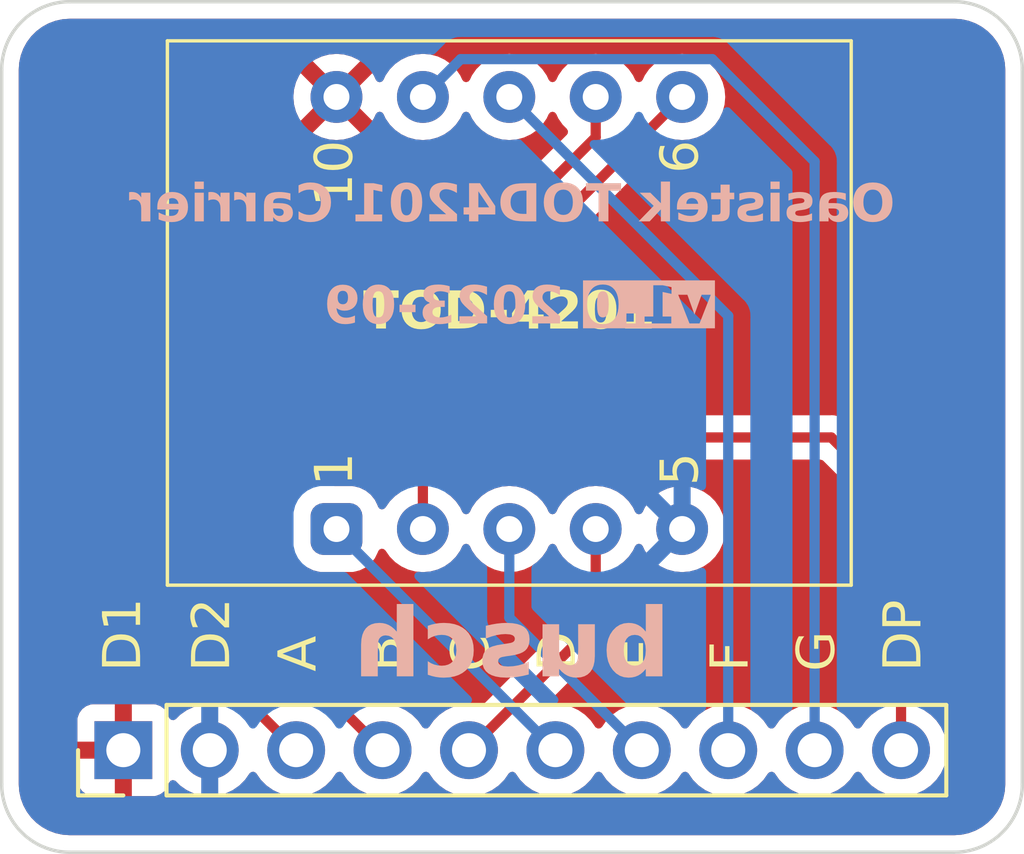
<source format=kicad_pcb>
(kicad_pcb (version 20221018) (generator pcbnew)
  (title_block (title "Oasistek TOD4201 Carrier") (date "2023-09") (rev "v1.0"))
  (layers (0 "F.Cu" signal) (31 "B.Cu" signal) (34 "B.Paste" user) (35 "F.Paste" user) (36 "B.SilkS" user "B.Silkscreen") (37 "F.SilkS" user "F.Silkscreen") (38 "B.Mask" user) (39 "F.Mask" user) (44 "Edge.Cuts" user))
  (net 0 "")
  (net 1 "/DIG_1")
  (net 2 "/DIG_2")
  (net 3 "/A")
  (net 4 "/B")
  (net 5 "/C")
  (net 6 "/D")
  (net 7 "/E")
  (net 8 "/F")
  (net 9 "/G")
  (net 10 "/DP")
  (footprint "Connector_PinHeader_2.54mm:PinHeader_1x10_P2.54mm_Vertical" (layer "F.Cu") (at 130.575 63.04 90)
    (fp_text reference "J1" hide)
    (fp_text value "Conn_01x10_Pin" hide)
    (fp_line (start -1.33 -1.33) (end 0 -1.33) (stroke (width 0.12)) (layer "F.SilkS"))
    (fp_line (start -1.33 0) (end -1.33 -1.33) (stroke (width 0.12)) (layer "F.SilkS"))
    (fp_line (start -1.33 1.27) (end -1.33 24.19) (stroke (width 0.12)) (layer "F.SilkS"))
    (fp_line (start -1.33 1.27) (end 1.33 1.27) (stroke (width 0.12)) (layer "F.SilkS"))
    (fp_line (start -1.33 24.19) (end 1.33 24.19) (stroke (width 0.12)) (layer "F.SilkS"))
    (fp_line (start 1.33 1.27) (end 1.33 24.19) (stroke (width 0.12)) (layer "F.SilkS"))
    (pad "1" thru_hole rect (at 0 0 90) (size 1.7 1.7) (drill 1) (layers "*.Cu" "*.Mask") (net 1 "/DIG_1"))
    (pad "2" thru_hole oval (at 0 2.54 90) (size 1.7 1.7) (drill 1) (layers "*.Cu" "*.Mask") (net 2 "/DIG_2"))
    (pad "3" thru_hole oval (at 0 5.08 90) (size 1.7 1.7) (drill 1) (layers "*.Cu" "*.Mask") (net 3 "/A"))
    (pad "4" thru_hole oval (at 0 7.62 90) (size 1.7 1.7) (drill 1) (layers "*.Cu" "*.Mask") (net 4 "/B"))
    (pad "5" thru_hole oval (at 0 10.16 90) (size 1.7 1.7) (drill 1) (layers "*.Cu" "*.Mask") (net 5 "/C"))
    (pad "6" thru_hole oval (at 0 12.7 90) (size 1.7 1.7) (drill 1) (layers "*.Cu" "*.Mask") (net 6 "/D"))
    (pad "7" thru_hole oval (at 0 15.24 90) (size 1.7 1.7) (drill 1) (layers "*.Cu" "*.Mask") (net 7 "/E"))
    (pad "8" thru_hole oval (at 0 17.78 90) (size 1.7 1.7) (drill 1) (layers "*.Cu" "*.Mask") (net 8 "/F"))
    (pad "9" thru_hole oval (at 0 20.32 90) (size 1.7 1.7) (drill 1) (layers "*.Cu" "*.Mask") (net 9 "/G"))
    (pad "10" thru_hole oval (at 0 22.86 90) (size 1.7 1.7) (drill 1) (layers "*.Cu" "*.Mask") (net 10 "/DP"))
  )
  (footprint "HB-Custom-Parts:TOD4201FG-2" (layer "F.Cu") (at 136.84 56.54)
    (fp_text reference "U1" hide)
    (fp_text value "TOD4201FG-2" hide)
    (fp_text user "10" (at 0 -11.43 90 unlocked) (layer "F.SilkS") (effects (font (size 1.1 1.1) (thickness 0.1)) (justify right)))
    (fp_text user "5" (at 10.16 -1.27 90 unlocked) (layer "F.SilkS") (effects (font (size 1.1 1.1) (thickness 0.1)) (justify left)))
    (fp_text user "6" (at 10.16 -11.43 90 unlocked) (layer "F.SilkS") (effects (font (size 1.1 1.1) (thickness 0.1)) (justify right)))
    (fp_text user "1" (at 0 -1.27 90 unlocked) (layer "F.SilkS") (effects (font (size 1.1 1.1) (thickness 0.1)) (justify left)))
    (fp_line (start -4.97 -14.35) (end 15.13 -14.35) (stroke (width 0.1)) (layer "F.SilkS"))
    (fp_line (start -4.97 1.65) (end -4.97 -14.35) (stroke (width 0.1)) (layer "F.SilkS"))
    (fp_line (start -4.97 1.65) (end 15.13 1.65) (stroke (width 0.1)) (layer "F.SilkS"))
    (fp_line (start 15.13 -14.35) (end 15.13 1.65) (stroke (width 0.1)) (layer "F.SilkS"))
    (pad "1" thru_hole roundrect (at 0 0) (size 1.524 1.524) (drill 0.762) (layers "*.Cu" "*.Mask") (net 6 "/D"))
    (pad "2" thru_hole circle (at 2.54 0) (size 1.524 1.524) (drill 0.762) (layers "*.Cu" "*.Mask") (net 10 "/DP"))
    (pad "3" thru_hole circle (at 5.08 0) (size 1.524 1.524) (drill 0.762) (layers "*.Cu" "*.Mask") (net 7 "/E"))
    (pad "4" thru_hole circle (at 7.62 0) (size 1.524 1.524) (drill 0.762) (layers "*.Cu" "*.Mask") (net 5 "/C"))
    (pad "5" thru_hole circle (at 10.16 0) (size 1.524 1.524) (drill 0.762) (layers "*.Cu" "*.Mask") (net 2 "/DIG_2"))
    (pad "6" thru_hole circle (at 10.16 -12.7) (size 1.524 1.524) (drill 0.762) (layers "*.Cu" "*.Mask") (net 4 "/B"))
    (pad "7" thru_hole circle (at 7.62 -12.7) (size 1.524 1.524) (drill 0.762) (layers "*.Cu" "*.Mask") (net 3 "/A"))
    (pad "8" thru_hole circle (at 5.08 -12.7) (size 1.524 1.524) (drill 0.762) (layers "*.Cu" "*.Mask") (net 8 "/F"))
    (pad "9" thru_hole circle (at 2.54 -12.7) (size 1.524 1.524) (drill 0.762) (layers "*.Cu" "*.Mask") (net 9 "/G"))
    (pad "10" thru_hole circle (at 0 -12.7) (size 1.524 1.524) (drill 0.762) (layers "*.Cu" "*.Mask") (net 1 "/DIG_1"))
  )
  (gr_arc (start 155 41.04) (mid 156.414214 41.625786) (end 157 43.04) (stroke (width 0.1)) (layer "Edge.Cuts"))
  (gr_line (start 129 66.04) (end 155 66.04) (stroke (width 0.1)) (layer "Edge.Cuts"))
  (gr_arc (start 127 43.04) (mid 127.585786 41.625786) (end 129 41.04) (stroke (width 0.1)) (layer "Edge.Cuts"))
  (gr_line (start 127 43.04) (end 127 64.04) (stroke (width 0.1)) (layer "Edge.Cuts"))
  (gr_line (start 129 41.04) (end 155 41.04) (stroke (width 0.1)) (layer "Edge.Cuts"))
  (gr_arc (start 157 64.04) (mid 156.414214 65.454214) (end 155 66.04) (stroke (width 0.1)) (layer "Edge.Cuts"))
  (gr_line (start 157 64.04) (end 157 43.04) (stroke (width 0.1)) (layer "Edge.Cuts"))
  (gr_arc (start 129 66.04) (mid 127.585786 65.454214) (end 127 64.04) (stroke (width 0.1)) (layer "Edge.Cuts"))
  (gr_text "${REVISION}" (at 154.3 43.04 270) (layer "F.Cu") (effects (font (size 1 1) (thickness 0.2) bold) (justify left)))
  (gr_text "${TITLE}" (at 142 47.04) (layer "B.SilkS") (effects (font (size 1.1 1.1) (thickness 0.2) bold) (justify mirror)))
  (gr_text "${ISSUE_DATE}" (at 140 50.04) (layer "B.SilkS") (effects (font (size 1.1 1.1) (thickness 0.2) bold) (justify mirror)))
  (gr_text "busch" (at 142 60.04) (layer "B.SilkS") (effects (font (size 2 2) (thickness 0.3) bold) (justify mirror)))
  (gr_text "${REVISION}" (at 146 50.04) (layer "B.SilkS" knockout) (effects (font (size 1.1 1.1) (thickness 0.2) bold) (justify mirror)))
  (gr_text "C" (at 140.848 60.73 90) (layer "F.SilkS") (effects (font (size 1.1 1.1)) (justify left)))
  (gr_text "TOD-4201" (at 141.92 50.19) (layer "F.SilkS") (effects (font (size 1.1 1.1) (thickness 0.275) bold)))
  (gr_text "A" (at 135.768 60.73 90) (layer "F.SilkS") (effects (font (size 1.1 1.1)) (justify left)))
  (gr_text "D1" (at 130.6118 60.73 90) (layer "F.SilkS") (effects (font (size 1.1 1.1)) (justify left)))
  (gr_text "DP" (at 153.548 60.73 90) (layer "F.SilkS") (effects (font (size 1.1 1.1)) (justify left)))
  (gr_text "D2" (at 133.228 60.73 90) (layer "F.SilkS") (effects (font (size 1.1 1.1)) (justify left)))
  (gr_text "D" (at 143.388 60.73 90) (layer "F.SilkS") (effects (font (size 1.1 1.1)) (justify left)))
  (gr_text "B" (at 138.308 60.73 90) (layer "F.SilkS") (effects (font (size 1.1 1.1)) (justify left)))
  (gr_text "F" (at 148.468 60.73 90) (layer "F.SilkS") (effects (font (size 1.1 1.1)) (justify left)))
  (gr_text "G" (at 151.008 60.73 90) (layer "F.SilkS") (effects (font (size 1.1 1.1)) (justify left)))
  (gr_text "E" (at 145.928 60.73 90) (layer "F.SilkS") (effects (font (size 1.1 1.1)) (justify left)))
  (segment (start 147 55.052) (end 146.812 54.864) (width 0.5) (layer "B.Cu") (net 2))
  (segment (start 147 56.54) (end 147 55.052) (width 0.5) (layer "B.Cu") (net 2))
  (segment (start 134.112 55.372) (end 134.112 61.497) (width 0.3) (layer "F.Cu") (net 3))
  (segment (start 144.46 45.024) (end 134.112 55.372) (width 0.3) (layer "F.Cu") (net 3))
  (segment (start 134.112 61.497) (end 135.655 63.04) (width 0.3) (layer "F.Cu") (net 3))
  (segment (start 144.46 43.84) (end 144.46 45.024) (width 0.3) (layer "F.Cu") (net 3))
  (segment (start 147 43.84) (end 135.128 55.712) (width 0.3) (layer "F.Cu") (net 4))
  (segment (start 135.128 55.712) (end 135.128 59.973) (width 0.3) (layer "F.Cu") (net 4))
  (segment (start 135.128 59.973) (end 138.195 63.04) (width 0.3) (layer "F.Cu") (net 4))
  (segment (start 144.46 59.315) (end 140.735 63.04) (width 0.3) (layer "F.Cu") (net 5))
  (segment (start 144.46 56.54) (end 144.46 59.315) (width 0.3) (layer "F.Cu") (net 5))
  (segment (start 136.84 56.605) (end 143.275 63.04) (width 0.3) (layer "B.Cu") (net 6))
  (segment (start 136.84 56.54) (end 136.84 56.605) (width 0.3) (layer "B.Cu") (net 6))
  (segment (start 141.92 56.54) (end 141.92 59.145) (width 0.3) (layer "B.Cu") (net 7))
  (segment (start 141.92 59.145) (end 145.815 63.04) (width 0.3) (layer "B.Cu") (net 7))
  (segment (start 141.92 43.84) (end 148.355 50.275) (width 0.3) (layer "B.Cu") (net 8))
  (segment (start 148.355 50.275) (end 148.355 63.04) (width 0.3) (layer "B.Cu") (net 8))
  (segment (start 140.492 42.728) (end 147.884 42.728) (width 0.3) (layer "B.Cu") (net 9))
  (segment (start 150.895 45.739) (end 150.895 63.04) (width 0.3) (layer "B.Cu") (net 9))
  (segment (start 139.38 43.84) (end 140.492 42.728) (width 0.3) (layer "B.Cu") (net 9))
  (segment (start 147.884 42.728) (end 150.895 45.739) (width 0.3) (layer "B.Cu") (net 9))
  (segment (start 153.435 56.915) (end 153.435 63.04) (width 0.3) (layer "F.Cu") (net 10))
  (segment (start 139.38 54.168) (end 139.7 53.848) (width 0.3) (layer "F.Cu") (net 10))
  (segment (start 153.416 55.88) (end 153.416 56.896) (width 0.3) (layer "F.Cu") (net 10))
  (segment (start 139.38 56.54) (end 139.38 54.168) (width 0.3) (layer "F.Cu") (net 10))
  (segment (start 151.384 53.848) (end 153.416 55.88) (width 0.3) (layer "F.Cu") (net 10))
  (segment (start 139.7 53.848) (end 151.384 53.848) (width 0.3) (layer "F.Cu") (net 10))
  (segment (start 153.416 56.896) (end 153.435 56.915) (width 0.3) (layer "F.Cu") (net 10))
  (zone (net 1) (net_name "/DIG_1") (layer "F.Cu") (connect_pads (clearance 0.5)) (min_thickness 0.25) (fill yes (thermal_gap 0.5) (thermal_bridge_width 0.5) (island_removal_mode 1) (island_area_min 10))
    (polygon (pts (xy 127 41.04) (xy 157 41.04) (xy 157 66.04) (xy 127 66.04)))
  )
  (zone (net 2) (net_name "/DIG_2") (layer "B.Cu") (priority 1) (connect_pads (clearance 0.5)) (min_thickness 0.25) (fill yes (thermal_gap 0.5) (thermal_bridge_width 0.5) (island_removal_mode 1) (island_area_min 10))
    (polygon (pts (xy 127 41.04) (xy 157 41.04) (xy 157 66.04) (xy 127 66.04)))
  )
)
</source>
